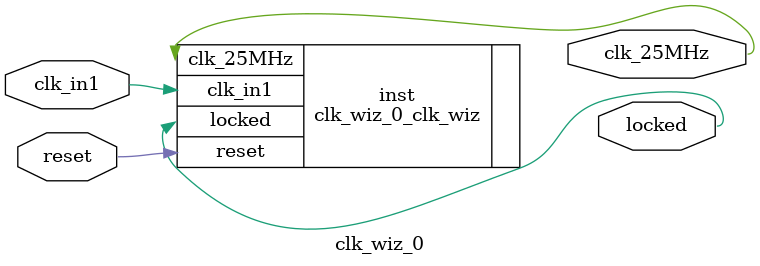
<source format=v>


`timescale 1ps/1ps

(* CORE_GENERATION_INFO = "clk_wiz_0,clk_wiz_v6_0_5_0_0,{component_name=clk_wiz_0,use_phase_alignment=true,use_min_o_jitter=false,use_max_i_jitter=false,use_dyn_phase_shift=false,use_inclk_switchover=false,use_dyn_reconfig=false,enable_axi=0,feedback_source=FDBK_AUTO,PRIMITIVE=MMCM,num_out_clk=1,clkin1_period=10.000,clkin2_period=10.000,use_power_down=false,use_reset=true,use_locked=true,use_inclk_stopped=false,feedback_type=SINGLE,CLOCK_MGR_TYPE=NA,manual_override=false}" *)

module clk_wiz_0 
 (
  // Clock out ports
  output        clk_25MHz,
  // Status and control signals
  input         reset,
  output        locked,
 // Clock in ports
  input         clk_in1
 );

  clk_wiz_0_clk_wiz inst
  (
  // Clock out ports  
  .clk_25MHz(clk_25MHz),
  // Status and control signals               
  .reset(reset), 
  .locked(locked),
 // Clock in ports
  .clk_in1(clk_in1)
  );

endmodule

</source>
